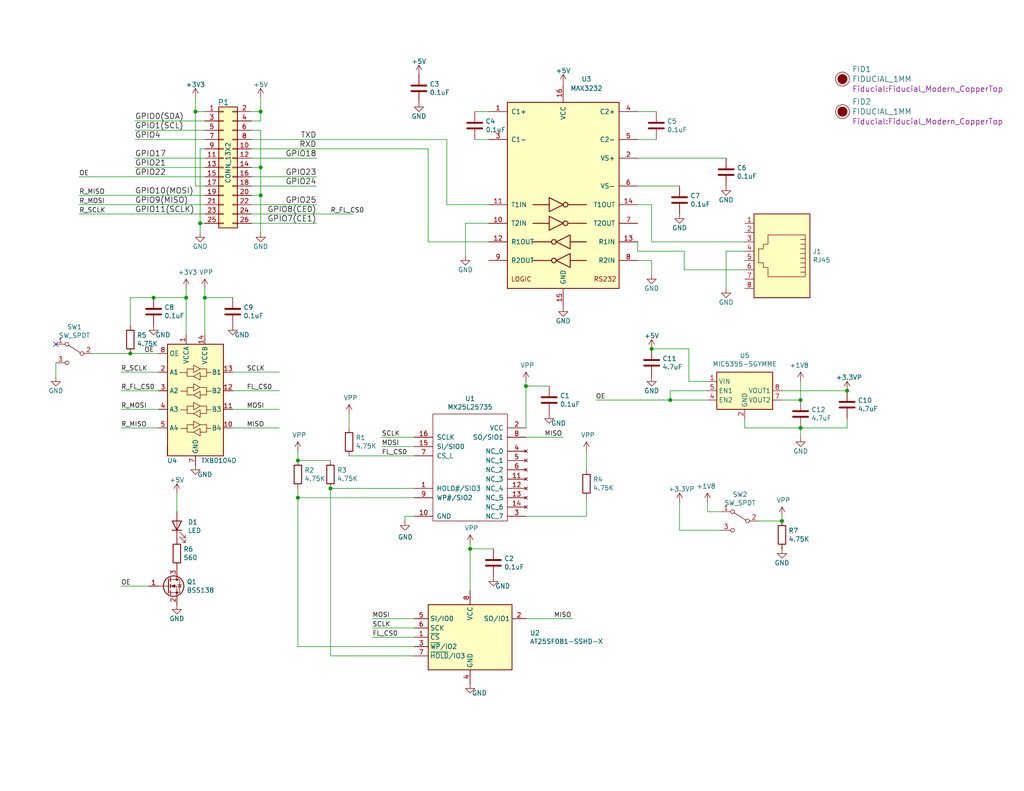
<source format=kicad_sch>
(kicad_sch (version 20230121) (generator eeschema)
  (paper "USLetter")
  (title_block (title "Raspberry PI SOIC-16/SOIC-8 SPI Flash Programmer") (date "2019-01-12") (rev "1.0"))
  (lib_symbols
    (symbol "Connector:RJ45" (pin_names (offset 1.016))
      (property "Reference" "J" (at -5.08 13.97 0))
      (property "Value" "RJ45" (at 2.54 13.97 0))
      (symbol "RJ45_0_1"
        (polyline (pts (xy -5.08 4.445) (xy -6.35 4.445)))
        (polyline (pts (xy -5.08 5.715) (xy -6.35 5.715)))
        (polyline (pts (xy -6.35 -3.175) (xy -5.08 -3.175) (xy -5.08 -3.175)))
        (polyline (pts (xy -6.35 -1.905) (xy -5.08 -1.905) (xy -5.08 -1.905)))
        (polyline (pts (xy -6.35 -0.635) (xy -5.08 -0.635) (xy -5.08 -0.635)))
        (polyline (pts (xy -6.35 0.635) (xy -5.08 0.635) (xy -5.08 0.635)))
        (polyline (pts (xy -6.35 1.905) (xy -5.08 1.905) (xy -5.08 1.905)))
        (polyline (pts (xy -5.08 3.175) (xy -6.35 3.175) (xy -6.35 3.175)))
        (polyline (pts (xy -6.35 -4.445) (xy -6.35 6.985) (xy 3.81 6.985) (xy 3.81 4.445) (xy 5.08 4.445) (xy 5.08 3.175) (xy 6.35 3.175) (xy 6.35 -0.635) (xy 5.08 -0.635) (xy 5.08 -1.905) (xy 3.81 -1.905) (xy 3.81 -4.445) (xy -6.35 -4.445) (xy -6.35 -4.445)))
        (rectangle (start 7.62 12.7) (end -7.62 -10.16) (stroke (width 0.254)) (fill (type background)))
      )
      (symbol "RJ45_1_1"
        (pin passive line (at 10.16 -7.62 180) (length 2.54) (name "~") (number "1"))
        (pin passive line (at 10.16 -5.08 180) (length 2.54) (name "~") (number "2"))
        (pin passive line (at 10.16 -2.54 180) (length 2.54) (name "~") (number "3"))
        (pin passive line (at 10.16 0 180) (length 2.54) (name "~") (number "4"))
        (pin passive line (at 10.16 2.54 180) (length 2.54) (name "~") (number "5"))
        (pin passive line (at 10.16 5.08 180) (length 2.54) (name "~") (number "6"))
        (pin passive line (at 10.16 7.62 180) (length 2.54) (name "~") (number "7"))
        (pin passive line (at 10.16 10.16 180) (length 2.54) (name "~") (number "8"))
      )
    )
    (symbol "Connector_Generic:Conn_02x13_Odd_Even" (pin_names (offset 1.016) hide)
      (property "Reference" "J" (at 1.27 17.78 0))
      (property "Value" "Conn_02x13_Odd_Even" (at 1.27 -17.78 0))
      (symbol "Conn_02x13_Odd_Even_1_1"
        (rectangle (start -1.27 -15.113) (end 0 -15.367) (stroke (width 0.1524)))
        (rectangle (start -1.27 -12.573) (end 0 -12.827) (stroke (width 0.1524)))
        (rectangle (start -1.27 -10.033) (end 0 -10.287) (stroke (width 0.1524)))
        (rectangle (start -1.27 -7.493) (end 0 -7.747) (stroke (width 0.1524)))
        (rectangle (start -1.27 -4.953) (end 0 -5.207) (stroke (width 0.1524)))
        (rectangle (start -1.27 -2.413) (end 0 -2.667) (stroke (width 0.1524)))
        (rectangle (start -1.27 0.127) (end 0 -0.127) (stroke (width 0.1524)))
        (rectangle (start -1.27 2.667) (end 0 2.413) (stroke (width 0.1524)))
        (rectangle (start -1.27 5.207) (end 0 4.953) (stroke (width 0.1524)))
        (rectangle (start -1.27 7.747) (end 0 7.493) (stroke (width 0.1524)))
        (rectangle (start -1.27 10.287) (end 0 10.033) (stroke (width 0.1524)))
        (rectangle (start -1.27 12.827) (end 0 12.573) (stroke (width 0.1524)))
        (rectangle (start -1.27 15.367) (end 0 15.113) (stroke (width 0.1524)))
        (rectangle (start -1.27 16.51) (end 3.81 -16.51) (stroke (width 0.254)) (fill (type background)))
        (rectangle (start 3.81 -15.113) (end 2.54 -15.367) (stroke (width 0.1524)))
        (rectangle (start 3.81 -12.573) (end 2.54 -12.827) (stroke (width 0.1524)))
        (rectangle (start 3.81 -10.033) (end 2.54 -10.287) (stroke (width 0.1524)))
        (rectangle (start 3.81 -7.493) (end 2.54 -7.747) (stroke (width 0.1524)))
        (rectangle (start 3.81 -4.953) (end 2.54 -5.207) (stroke (width 0.1524)))
        (rectangle (start 3.81 -2.413) (end 2.54 -2.667) (stroke (width 0.1524)))
        (rectangle (start 3.81 0.127) (end 2.54 -0.127) (stroke (width 0.1524)))
        (rectangle (start 3.81 2.667) (end 2.54 2.413) (stroke (width 0.1524)))
        (rectangle (start 3.81 5.207) (end 2.54 4.953) (stroke (width 0.1524)))
        (rectangle (start 3.81 7.747) (end 2.54 7.493) (stroke (width 0.1524)))
        (rectangle (start 3.81 10.287) (end 2.54 10.033) (stroke (width 0.1524)))
        (rectangle (start 3.81 12.827) (end 2.54 12.573) (stroke (width 0.1524)))
        (rectangle (start 3.81 15.367) (end 2.54 15.113) (stroke (width 0.1524)))
        (pin passive line (at -5.08 15.24 0) (length 3.81) (name "Pin_1") (number "1"))
        (pin passive line (at 7.62 5.08 180) (length 3.81) (name "Pin_10") (number "10"))
        (pin passive line (at -5.08 2.54 0) (length 3.81) (name "Pin_11") (number "11"))
        (pin passive line (at 7.62 2.54 180) (length 3.81) (name "Pin_12") (number "12"))
        (pin passive line (at -5.08 0 0) (length 3.81) (name "Pin_13") (number "13"))
        (pin passive line (at 7.62 0 180) (length 3.81) (name "Pin_14") (number "14"))
        (pin passive line (at -5.08 -2.54 0) (length 3.81) (name "Pin_15") (number "15"))
        (pin passive line (at 7.62 -2.54 180) (length 3.81) (name "Pin_16") (number "16"))
        (pin passive line (at -5.08 -5.08 0) (length 3.81) (name "Pin_17") (number "17"))
        (pin passive line (at 7.62 -5.08 180) (length 3.81) (name "Pin_18") (number "18"))
        (pin passive line (at -5.08 -7.62 0) (length 3.81) (name "Pin_19") (number "19"))
        (pin passive line (at 7.62 15.24 180) (length 3.81) (name "Pin_2") (number "2"))
        (pin passive line (at 7.62 -7.62 180) (length 3.81) (name "Pin_20") (number "20"))
        (pin passive line (at -5.08 -10.16 0) (length 3.81) (name "Pin_21") (number "21"))
        (pin passive line (at 7.62 -10.16 180) (length 3.81) (name "Pin_22") (number "22"))
        (pin passive line (at -5.08 -12.7 0) (length 3.81) (name "Pin_23") (number "23"))
        (pin passive line (at 7.62 -12.7 180) (length 3.81) (name "Pin_24") (number "24"))
        (pin passive line (at -5.08 -15.24 0) (length 3.81) (name "Pin_25") (number "25"))
        (pin passive line (at 7.62 -15.24 180) (length 3.81) (name "Pin_26") (number "26"))
        (pin passive line (at -5.08 12.7 0) (length 3.81) (name "Pin_3") (number "3"))
        (pin passive line (at 7.62 12.7 180) (length 3.81) (name "Pin_4") (number "4"))
        (pin passive line (at -5.08 10.16 0) (length 3.81) (name "Pin_5") (number "5"))
        (pin passive line (at 7.62 10.16 180) (length 3.81) (name "Pin_6") (number "6"))
        (pin passive line (at -5.08 7.62 0) (length 3.81) (name "Pin_7") (number "7"))
        (pin passive line (at 7.62 7.62 180) (length 3.81) (name "Pin_8") (number "8"))
        (pin passive line (at -5.08 5.08 0) (length 3.81) (name "Pin_9") (number "9"))
      )
    )
    (symbol "Device:LED" (pin_numbers hide) (pin_names (offset 1.016) hide)
      (property "Reference" "D" (at 0 2.54 0))
      (property "Value" "LED" (at 0 -2.54 0))
      (symbol "LED_0_1"
        (polyline (pts (xy -1.27 -1.27) (xy -1.27 1.27)) (stroke (width 0.254)))
        (polyline (pts (xy -1.27 0) (xy 1.27 0)))
        (polyline (pts (xy 1.27 -1.27) (xy 1.27 1.27) (xy -1.27 0) (xy 1.27 -1.27)) (stroke (width 0.254)))
        (polyline (pts (xy -3.048 -0.762) (xy -4.572 -2.286) (xy -3.81 -2.286) (xy -4.572 -2.286) (xy -4.572 -1.524)))
        (polyline (pts (xy -1.778 -0.762) (xy -3.302 -2.286) (xy -2.54 -2.286) (xy -3.302 -2.286) (xy -3.302 -1.524)))
      )
      (symbol "LED_1_1"
        (pin passive line (at -3.81 0 0) (length 2.54) (name "K") (number "1"))
        (pin passive line (at 3.81 0 180) (length 2.54) (name "A") (number "2"))
      )
    )
    (symbol "Device:R" (pin_numbers hide) (pin_names (offset 0))
      (property "Reference" "R" (at 2.032 0 90))
      (property "Value" "R" (at 0 0 90))
      (symbol "R_0_1"
        (rectangle (start -1.016 -2.54) (end 1.016 2.54) (stroke (width 0.254)))
      )
      (symbol "R_1_1"
        (pin passive line (at 0 3.81 270) (length 1.27) (name "~") (number "1"))
        (pin passive line (at 0 -3.81 90) (length 1.27) (name "~") (number "2"))
      )
    )
    (symbol "Regulator_Linear:MIC5355-SGYMME"
      (property "Reference" "U" (at 0 8.89 0))
      (property "Value" "MIC5355-SGYMME" (at 0 6.35 0))
      (symbol "MIC5355-SGYMME_0_1"
        (rectangle (start -7.62 5.08) (end 7.62 -5.08) (stroke (width 0.254)) (fill (type background)))
      )
      (symbol "MIC5355-SGYMME_1_1"
        (pin power_in line (at -10.16 2.54 0) (length 2.54) (name "VIN") (number "1"))
        (pin power_in line (at 0 -7.62 90) (length 2.54) (name "GND") (number "2"))
        (pin no_connect line (at 0 5.08 270) (length 2.54) hide (name "NC") (number "3"))
        (pin input line (at -10.16 -2.54 0) (length 2.54) (name "EN2") (number "4"))
        (pin input line (at -10.16 0 0) (length 2.54) (name "EN1") (number "5"))
        (pin no_connect line (at 7.62 2.54 180) (length 2.54) hide (name "NC") (number "6"))
        (pin power_out line (at 10.16 -2.54 180) (length 2.54) (name "VOUT2") (number "7"))
        (pin power_out line (at 10.16 0 180) (length 2.54) (name "VOUT1") (number "8"))
        (pin passive line (at 0 -7.62 90) (length 2.54) hide (name "GND") (number "9"))
      )
    )
    (symbol "Switch:SW_SPDT" (pin_names (offset 0) hide)
      (property "Reference" "SW" (at 0 4.318 0))
      (property "Value" "SW_SPDT" (at 0 -5.08 0))
      (symbol "SW_SPDT_0_0"
        (circle (center -2.032 0) (radius 0.508))
        (circle (center 2.032 -2.54) (radius 0.508))
      )
      (symbol "SW_SPDT_0_1"
        (polyline (pts (xy -1.524 0.254) (xy 1.651 2.286)))
        (circle (center 2.032 2.54) (radius 0.508))
      )
      (symbol "SW_SPDT_1_1"
        (pin passive line (at 5.08 2.54 180) (length 2.54) (name "A") (number "1"))
        (pin passive line (at -5.08 0 0) (length 2.54) (name "B") (number "2"))
        (pin passive line (at 5.08 -2.54 180) (length 2.54) (name "C") (number "3"))
      )
    )
    (symbol "Transistor_FET:BSS138" (pin_names hide)
      (property "Reference" "Q" (at 5.08 1.905 0))
      (property "Value" "BSS138" (at 5.08 0 0))
      (symbol "BSS138_0_1"
        (polyline (pts (xy 0.254 0) (xy -2.54 0)))
        (polyline (pts (xy 0.254 1.905) (xy 0.254 -1.905)) (stroke (width 0.254)))
        (polyline (pts (xy 0.762 -1.27) (xy 0.762 -2.286)) (stroke (width 0.254)))
        (polyline (pts (xy 0.762 0.508) (xy 0.762 -0.508)) (stroke (width 0.254)))
        (polyline (pts (xy 0.762 2.286) (xy 0.762 1.27)) (stroke (width 0.254)))
        (polyline (pts (xy 2.54 2.54) (xy 2.54 1.778)))
        (polyline (pts (xy 2.54 -2.54) (xy 2.54 0) (xy 0.762 0)))
        (polyline (pts (xy 0.762 -1.778) (xy 3.302 -1.778) (xy 3.302 1.778) (xy 0.762 1.778)))
        (polyline (pts (xy 1.016 0) (xy 2.032 0.381) (xy 2.032 -0.381) (xy 1.016 0)) (fill (type outline)))
        (polyline (pts (xy 2.794 0.508) (xy 2.921 0.381) (xy 3.683 0.381) (xy 3.81 0.254)))
        (polyline (pts (xy 3.302 0.381) (xy 2.921 -0.254) (xy 3.683 -0.254) (xy 3.302 0.381)))
        (circle (center 1.651 0) (radius 2.794) (stroke (width 0.254)))
        (circle (center 2.54 -1.778) (radius 0.254) (fill (type outline)))
        (circle (center 2.54 1.778) (radius 0.254) (fill (type outline)))
      )
      (symbol "BSS138_1_1"
        (pin input line (at -5.08 0 0) (length 2.54) (name "G") (number "1"))
        (pin passive line (at 2.54 -5.08 90) (length 2.54) (name "S") (number "2"))
        (pin passive line (at 2.54 5.08 270) (length 2.54) (name "D") (number "3"))
      )
    )
    (symbol "power:+1V8" (power) (pin_names (offset 0))
      (property "Value" "+1V8" (at 0 3.556 0))
      (symbol "+1V8_0_1"
        (polyline (pts (xy -0.762 1.27) (xy 0 2.54)))
        (polyline (pts (xy 0 0) (xy 0 2.54)))
        (polyline (pts (xy 0 2.54) (xy 0.762 1.27)))
      )
      (symbol "+1V8_1_1"
        (pin power_in line (at 0 0 90) (length 0) hide (name "+1V8") (number "1"))
      )
    )
    (symbol "power:+3.3VP" (power) (pin_names (offset 0))
      (property "Value" "+3.3VP" (at 0 2.54 0))
      (symbol "+3.3VP_0_0"
        (pin power_in line (at 0 0 90) (length 0) hide (name "+3.3VP") (number "1"))
      )
      (symbol "+3.3VP_0_1"
        (polyline (pts (xy -0.762 1.27) (xy 0 2.54)))
        (polyline (pts (xy 0 0) (xy 0 2.54)))
        (polyline (pts (xy 0 2.54) (xy 0.762 1.27)))
      )
    )
    (symbol "power:+3V3" (power) (pin_names (offset 0))
      (property "Value" "+3V3" (at 0 3.556 0))
      (symbol "+3V3_0_1"
        (polyline (pts (xy -0.762 1.27) (xy 0 2.54)))
        (polyline (pts (xy 0 0) (xy 0 2.54)))
        (polyline (pts (xy 0 2.54) (xy 0.762 1.27)))
      )
      (symbol "+3V3_1_1"
        (pin power_in line (at 0 0 90) (length 0) hide (name "+3V3") (number "1"))
      )
    )
    (symbol "power:+5V" (power) (pin_names (offset 0))
      (property "Value" "+5V" (at 0 3.556 0))
      (symbol "+5V_0_1"
        (polyline (pts (xy -0.762 1.27) (xy 0 2.54)))
        (polyline (pts (xy 0 0) (xy 0 2.54)))
        (polyline (pts (xy 0 2.54) (xy 0.762 1.27)))
      )
      (symbol "+5V_1_1"
        (pin power_in line (at 0 0 90) (length 0) hide (name "+5V") (number "1"))
      )
    )
    (symbol "power:GND" (power) (pin_names (offset 0))
      (property "Value" "GND" (at 0 -3.81 0))
      (symbol "GND_0_1"
        (polyline (pts (xy 0 0) (xy 0 -1.27) (xy 1.27 -1.27) (xy 0 -2.54) (xy -1.27 -1.27) (xy 0 -1.27)))
      )
      (symbol "GND_1_1"
        (pin power_in line (at 0 0 270) (length 0) hide (name "GND") (number "1"))
      )
    )
    (symbol "power:VPP" (power) (pin_names (offset 0))
      (property "Value" "VPP" (at 0 3.81 0))
      (symbol "VPP_0_1"
        (polyline (pts (xy -0.762 1.27) (xy 0 2.54)))
        (polyline (pts (xy 0 0) (xy 0 2.54)))
        (polyline (pts (xy 0 2.54) (xy 0.762 1.27)))
      )
      (symbol "VPP_1_1"
        (pin power_in line (at 0 0 90) (length 0) hide (name "VPP") (number "1"))
      )
    )
    (symbol "raspberry-spi-flash-rescue:+3.3V-power" (power) (pin_names (offset 0))
      (property "Value" "+3.3V-power" (at 0 3.556 0))
      (symbol "+3.3V-power_0_1"
        (polyline (pts (xy -0.762 1.27) (xy 0 2.54)))
        (polyline (pts (xy 0 0) (xy 0 2.54)))
        (polyline (pts (xy 0 2.54) (xy 0.762 1.27)))
      )
      (symbol "+3.3V-power_1_1"
        (pin power_in line (at 0 0 90) (length 0) hide (name "+3V3") (number "1"))
      )
    )
    (symbol "raspberry-spi-flash-rescue:AT25SF081-SSHD-X-Memory_Flash"
      (property "Reference" "U" (at 2.54 12.7 0))
      (property "Value" "Memory_Flash_AT25SF081-SSHD-X" (at 10.16 10.16 0))
      (symbol "AT25SF081-SSHD-X-Memory_Flash_1_1"
        (rectangle (start -11.43 8.89) (end 11.43 -8.89) (stroke (width 0.254)) (fill (type background)))
        (pin input line (at -15.24 0 0) (length 3.81) (name "~{CS}") (number "1"))
        (pin bidirectional line (at 15.24 5.08 180) (length 3.81) (name "SO/IO1") (number "2"))
        (pin bidirectional line (at -15.24 -2.54 0) (length 3.81) (name "~{WP}/IO2") (number "3"))
        (pin power_in line (at 0 -12.7 90) (length 3.81) (name "GND") (number "4"))
        (pin bidirectional line (at -15.24 5.08 0) (length 3.81) (name "SI/IO0") (number "5"))
        (pin input line (at -15.24 2.54 0) (length 3.81) (name "SCK") (number "6"))
        (pin bidirectional line (at -15.24 -5.08 0) (length 3.81) (name "~{HOLD}/IO3") (number "7"))
        (pin power_in line (at 0 12.7 270) (length 3.81) (name "VCC") (number "8"))
      )
    )
    (symbol "raspberry-spi-flash-rescue:C-device" (pin_numbers hide) (pin_names (offset 0.254))
      (property "Reference" "C" (at 0.635 2.54 0))
      (property "Value" "C-device" (at 0.635 -2.54 0))
      (symbol "C-device_0_1"
        (polyline (pts (xy -2.032 -0.762) (xy 2.032 -0.762)) (stroke (width 0.508)))
        (polyline (pts (xy -2.032 0.762) (xy 2.032 0.762)) (stroke (width 0.508)))
      )
      (symbol "C-device_1_1"
        (pin passive line (at 0 3.81 270) (length 2.794) (name "~") (number "1"))
        (pin passive line (at 0 -3.81 90) (length 2.794) (name "~") (number "2"))
      )
    )
    (symbol "raspberry-spi-flash-rescue:FIDUCIAL_1MM-fiducial" (pin_names (offset 1.016))
      (property "Reference" "FID" (at 0 3.175 0))
      (property "Value" "fiducial_FIDUCIAL_1MM" (at 0 -3.175 0))
      (symbol "FIDUCIAL_1MM-fiducial_0_1"
        (circle (center 0 0) (radius 1.27) (fill (type outline)))
        (circle (center 0 0) (radius 1.905))
      )
    )
    (symbol "raspberry-spi-flash-rescue:MAX3232-interface" (pin_names (offset 1.016))
      (property "Reference" "U" (at -2.54 28.575 0))
      (property "Value" "MAX3232-interface" (at -2.54 26.67 0))
      (symbol "MAX3232-interface_0_0"
        (text "LOGIC" (at -11.43 -22.86 0) (effects (font (size 1.27 1.27))))
        (text "RS232" (at 11.43 -22.86 0) (effects (font (size 1.27 1.27))))
      )
      (symbol "MAX3232-interface_0_1"
        (rectangle (start -15.24 -25.4) (end 15.24 25.4) (stroke (width 0.254)) (fill (type background)))
        (circle (center -2.54 -17.78) (radius 0.635) (stroke (width 0.254)))
        (circle (center -2.54 -12.7) (radius 0.635) (stroke (width 0.254)))
        (polyline (pts (xy -3.81 -7.62) (xy -8.255 -7.62)) (stroke (width 0.254)))
        (polyline (pts (xy -3.81 -2.54) (xy -8.255 -2.54)) (stroke (width 0.254)))
        (polyline (pts (xy -3.175 -17.78) (xy -8.255 -17.78)) (stroke (width 0.254)))
        (polyline (pts (xy -3.175 -12.7) (xy -8.255 -12.7)) (stroke (width 0.254)))
        (polyline (pts (xy 1.27 -7.62) (xy 6.35 -7.62)) (stroke (width 0.254)))
        (polyline (pts (xy 1.27 -2.54) (xy 6.35 -2.54)) (stroke (width 0.254)))
        (polyline (pts (xy 1.905 -17.78) (xy 6.35 -17.78)) (stroke (width 0.254)))
        (polyline (pts (xy 1.905 -12.7) (xy 6.35 -12.7)) (stroke (width 0.254)))
        (polyline (pts (xy -3.81 -5.715) (xy -3.81 -9.525) (xy 0 -7.62) (xy -3.81 -5.715)) (stroke (width 0.254)))
        (polyline (pts (xy -3.81 -0.635) (xy -3.81 -4.445) (xy 0 -2.54) (xy -3.81 -0.635)) (stroke (width 0.254)))
        (polyline (pts (xy 1.905 -15.875) (xy 1.905 -19.685) (xy -1.905 -17.78) (xy 1.905 -15.875)) (stroke (width 0.254)))
        (polyline (pts (xy 1.905 -10.795) (xy 1.905 -14.605) (xy -1.905 -12.7) (xy 1.905 -10.795)) (stroke (width 0.254)))
        (circle (center 0.635 -7.62) (radius 0.635) (stroke (width 0.254)))
        (circle (center 0.635 -2.54) (radius 0.635) (stroke (width 0.254)))
      )
      (symbol "MAX3232-interface_1_1"
        (pin passive line (at -20.32 22.86 0) (length 5.08) (name "C1+") (number "1"))
        (pin input line (at -20.32 -7.62 0) (length 5.08) (name "T2IN") (number "10"))
        (pin input line (at -20.32 -2.54 0) (length 5.08) (name "T1IN") (number "11"))
        (pin output line (at -20.32 -12.7 0) (length 5.08) (name "R1OUT") (number "12"))
        (pin input line (at 20.32 -12.7 180) (length 5.08) (name "R1IN") (number "13"))
        (pin output line (at 20.32 -2.54 180) (length 5.08) (name "T1OUT") (number "14"))
        (pin power_in line (at 0 -30.48 90) (length 5.08) (name "GND") (number "15"))
        (pin power_in line (at 0 30.48 270) (length 5.08) (name "VCC") (number "16"))
        (pin power_out line (at 20.32 10.16 180) (length 5.08) (name "VS+") (number "2"))
        (pin passive line (at -20.32 15.24 0) (length 5.08) (name "C1-") (number "3"))
        (pin passive line (at 20.32 22.86 180) (length 5.08) (name "C2+") (number "4"))
        (pin passive line (at 20.32 15.24 180) (length 5.08) (name "C2-") (number "5"))
        (pin power_out line (at 20.32 2.54 180) (length 5.08) (name "VS-") (number "6"))
        (pin output line (at 20.32 -7.62 180) (length 5.08) (name "T2OUT") (number "7"))
        (pin input line (at 20.32 -17.78 180) (length 5.08) (name "R2IN") (number "8"))
        (pin output line (at -20.32 -17.78 0) (length 5.08) (name "R2OUT") (number "9"))
      )
    )
    (symbol "raspberry-spi-flash-rescue:MX25L25735-Aaron" (pin_names (offset 1.016))
      (property "Reference" "U" (at 6.35 15.24 0))
      (property "Value" "MX25L25735-Aaron" (at -1.27 12.7 0))
      (symbol "MX25L25735-Aaron_0_1"
        (rectangle (start -10.16 13.97) (end 10.16 -15.24))
      )
      (symbol "MX25L25735-Aaron_1_1"
        (pin bidirectional line (at -15.24 -6.35 0) (length 5.08) (name "HOLD#/SIO3") (number "1"))
        (pin power_in line (at -15.24 -13.97 0) (length 5.08) (name "GND") (number "10"))
        (pin no_connect line (at 15.24 -3.81 180) (length 5.08) (name "NC_3") (number "11"))
        (pin no_connect line (at 15.24 -6.35 180) (length 5.08) (name "NC_4") (number "12"))
        (pin no_connect line (at 15.24 -8.89 180) (length 5.08) (name "NC_5") (number "13"))
        (pin no_connect line (at 15.24 -11.43 180) (length 5.08) (name "NC_6") (number "14"))
        (pin bidirectional line (at -15.24 5.08 0) (length 5.08) (name "SI/SIO0") (number "15"))
        (pin input line (at -15.24 7.62 0) (length 5.08) (name "SCLK") (number "16"))
        (pin power_in line (at 15.24 10.16 180) (length 5.08) (name "VCC") (number "2"))
        (pin input line (at 15.24 -13.97 180) (length 5.08) (name "NC_7") (number "3"))
        (pin no_connect line (at 15.24 3.81 180) (length 5.08) (name "NC_0") (number "4"))
        (pin no_connect line (at 15.24 1.27 180) (length 5.08) (name "NC_1") (number "5"))
        (pin no_connect line (at 15.24 -1.27 180) (length 5.08) (name "NC_2") (number "6"))
        (pin input line (at -15.24 2.54 0) (length 5.08) (name "CS_L") (number "7"))
        (pin bidirectional line (at 15.24 7.62 180) (length 5.08) (name "SO/SIO1") (number "8"))
        (pin bidirectional line (at -15.24 -8.89 0) (length 5.08) (name "WP#/SIO2") (number "9"))
      )
    )
    (symbol "raspberry-spi-flash-rescue:R-device" (pin_numbers hide) (pin_names (offset 0))
      (property "Reference" "R" (at 2.032 0 90))
      (property "Value" "R-device" (at 0 0 90))
      (symbol "R-device_0_1"
        (rectangle (start -1.016 -2.54) (end 1.016 2.54) (stroke (width 0.254)))
      )
      (symbol "R-device_1_1"
        (pin passive line (at 0 3.81 270) (length 1.27) (name "~") (number "1"))
        (pin passive line (at 0 -3.81 90) (length 1.27) (name "~") (number "2"))
      )
    )
    (symbol "raspberry-spi-flash-rescue:TXB0104D-Logic_LevelTranslator"
      (property "Reference" "U" (at -6.35 16.51 0))
      (property "Value" "Logic_LevelTranslator_TXB0104D" (at 3.81 16.51 0))
      (symbol "TXB0104D-Logic_LevelTranslator_0_1"
        (rectangle (start -7.62 -15.24) (end -7.62 -12.7) (stroke (width 0.254)))
        (rectangle (start -7.62 15.24) (end 7.62 -15.24) (stroke (width 0.254)) (fill (type background)))
        (polyline (pts (xy -2.286 -7.747) (xy -2.286 -6.731) (xy -0.508 -6.731)))
        (polyline (pts (xy -2.286 -2.667) (xy -2.286 -1.651) (xy -0.508 -1.651)))
        (polyline (pts (xy -2.286 2.413) (xy -2.286 3.429) (xy -0.508 3.429)))
        (polyline (pts (xy -2.286 7.493) (xy -2.286 8.509) (xy -0.508 8.509)))
        (polyline (pts (xy 3.048 -7.747) (xy 3.048 -8.763) (xy 1.27 -8.763)))
        (polyline (pts (xy 3.048 -2.667) (xy 3.048 -3.683) (xy 1.27 -3.683)))
        (polyline (pts (xy 3.048 2.413) (xy 3.048 1.397) (xy 1.27 1.397)))
        (polyline (pts (xy 3.048 7.493) (xy 3.048 6.477) (xy 1.27 6.477)))
        (polyline (pts (xy -0.508 -8.763) (xy -2.286 -8.763) (xy -2.286 -7.747) (xy -4.064 -7.747)))
        (polyline (pts (xy -0.508 -8.763) (xy 1.27 -7.747) (xy 1.27 -9.779) (xy -0.508 -8.763)))
        (polyline (pts (xy -0.508 -3.683) (xy -2.286 -3.683) (xy -2.286 -2.667) (xy -4.064 -2.667)))
        (polyline (pts (xy -0.508 -3.683) (xy 1.27 -2.667) (xy 1.27 -4.699) (xy -0.508 -3.683)))
        (polyline (pts (xy -0.508 1.397) (xy -2.286 1.397) (xy -2.286 2.413) (xy -4.064 2.413)))
        (polyline (pts (xy -0.508 1.397) (xy 1.27 2.413) (xy 1.27 0.381) (xy -0.508 1.397)))
        (polyline (pts (xy -0.508 6.477) (xy -2.286 6.477) (xy -2.286 7.493) (xy -4.318 7.493)))
        (polyline (pts (xy -0.508 6.477) (xy 1.27 7.493) (xy 1.27 5.461) (xy -0.508 6.477)))
        (polyline (pts (xy 1.27 -6.731) (xy -0.508 -7.747) (xy -0.508 -5.715) (xy 1.27 -6.731)))
        (polyline (pts (xy 1.27 -6.731) (xy 3.048 -6.731) (xy 3.048 -7.747) (xy 4.318 -7.747)))
        (polyline (pts (xy 1.27 -1.651) (xy -0.508 -2.667) (xy -0.508 -0.635) (xy 1.27 -1.651)))
        (polyline (pts (xy 1.27 -1.651) (xy 3.048 -1.651) (xy 3.048 -2.667) (xy 4.318 -2.667)))
        (polyline (pts (xy 1.27 3.429) (xy -0.508 2.413) (xy -0.508 4.445) (xy 1.27 3.429)))
        (polyline (pts (xy 1.27 3.429) (xy 3.048 3.429) (xy 3.048 2.413) (xy 4.318 2.413)))
        (polyline (pts (xy 1.27 8.509) (xy -0.508 7.493) (xy -0.508 9.525) (xy 1.27 8.509)))
        (polyline (pts (xy 1.27 8.509) (xy 3.048 8.509) (xy 3.048 7.493) (xy 4.318 7.493)))
      )
      (symbol "TXB0104D-Logic_LevelTranslator_1_1"
        (pin power_in line (at -2.54 17.78 270) (length 2.54) (name "VCCA") (number "1"))
        (pin bidirectional line (at 10.16 -7.62 180) (length 2.54) (name "B4") (number "10"))
        (pin bidirectional line (at 10.16 -2.54 180) (length 2.54) (name "B3") (number "11"))
        (pin bidirectional line (at 10.16 2.54 180) (length 2.54) (name "B2") (number "12"))
        (pin bidirectional line (at 10.16 7.62 180) (length 2.54) (name "B1") (number "13"))
        (pin power_in line (at 2.54 17.78 270) (length 2.54) (name "VCCB") (number "14"))
        (pin bidirectional line (at -10.16 7.62 0) (length 2.54) (name "A1") (number "2"))
        (pin bidirectional line (at -10.16 2.54 0) (length 2.54) (name "A2") (number "3"))
        (pin bidirectional line (at -10.16 -2.54 0) (length 2.54) (name "A3") (number "4"))
        (pin bidirectional line (at -10.16 -7.62 0) (length 2.54) (name "A4") (number "5"))
        (pin no_connect line (at -10.16 -12.7 0) (length 2.54) hide (name "NC") (number "6"))
        (pin power_in line (at 0 -17.78 90) (length 2.54) (name "GND") (number "7"))
        (pin input line (at -10.16 12.7 0) (length 2.54) (name "OE") (number "8"))
        (pin no_connect line (at 10.16 -12.7 180) (length 2.54) hide (name "NC") (number "9"))
      )
    )
  )
  (junction (at 54.61 60.96))
  (junction (at 41.91 81.28))
  (junction (at 231.14 106.68))
  (junction (at 71.12 45.72))
  (junction (at 55.88 81.28))
  (junction (at 213.36 142.24))
  (junction (at 53.34 30.48))
  (junction (at 143.51 105.41))
  (junction (at 81.28 135.89))
  (junction (at 177.8 95.25))
  (junction (at 71.12 30.48))
  (junction (at 128.27 149.86))
  (junction (at 182.88 109.22))
  (junction (at 50.8 81.28))
  (junction (at 218.44 116.84))
  (junction (at 81.28 125.73))
  (junction (at 90.17 133.35))
  (junction (at 218.44 109.22))
  (junction (at 35.56 96.52))
  (junction (at 71.12 53.34))
  (no_connect (at 15.24 93.98))
  (wire (pts (xy 198.12 68.58) (xy 198.12 78.74)))
  (wire (pts (xy 177.8 74.93) (xy 177.8 71.12)))
  (wire (pts (xy 81.28 123.19) (xy 81.28 125.73)))
  (wire (pts (xy 50.8 81.28) (xy 50.8 78.74)))
  (wire (pts (xy 231.14 116.84) (xy 231.14 114.3)))
  (wire (pts (xy 173.99 30.48) (xy 179.07 30.48)))
  (wire (pts (xy 68.58 53.34) (xy 71.12 53.34)))
  (wire (pts (xy 55.88 38.1) (xy 36.83 38.1)))
  (wire (pts (xy 53.34 50.8) (xy 53.34 30.48)))
  (wire (pts (xy 81.28 125.73) (xy 90.17 125.73)))
  (wire (pts (xy 63.5 116.84) (xy 76.2 116.84)))
  (wire (pts (xy 116.84 66.04) (xy 116.84 40.64)))
  (wire (pts (xy 90.17 133.35) (xy 90.17 179.07)))
  (wire (pts (xy 55.88 81.28) (xy 55.88 91.44)))
  (wire (pts (xy 113.03 140.97) (xy 110.49 140.97)))
  (wire (pts (xy 48.26 139.7) (xy 48.26 134.62)))
  (wire (pts (xy 55.88 45.72) (xy 36.83 45.72)))
  (wire (pts (xy 43.18 96.52) (xy 35.56 96.52)))
  (wire (pts (xy 113.03 171.45) (xy 101.6 171.45)))
  (wire (pts (xy 186.69 68.58) (xy 173.99 68.58)))
  (wire (pts (xy 121.92 55.88) (xy 133.35 55.88)))
  (wire (pts (xy 133.35 66.04) (xy 116.84 66.04)))
  (wire (pts (xy 55.88 43.18) (xy 36.83 43.18)))
  (wire (pts (xy 177.8 95.25) (xy 187.96 95.25)))
  (wire (pts (xy 33.02 101.6) (xy 43.18 101.6)))
  (wire (pts (xy 63.5 111.76) (xy 76.2 111.76)))
  (wire (pts (xy 128.27 148.59) (xy 128.27 149.86)))
  (wire (pts (xy 71.12 45.72) (xy 71.12 35.56)))
  (wire (pts (xy 218.44 109.22) (xy 213.36 109.22)))
  (wire (pts (xy 68.58 48.26) (xy 86.36 48.26)))
  (wire (pts (xy 54.61 40.64) (xy 54.61 60.96)))
  (wire (pts (xy 40.64 160.02) (xy 33.02 160.02)))
  (wire (pts (xy 113.03 135.89) (xy 81.28 135.89)))
  (wire (pts (xy 71.12 26.67) (xy 71.12 30.48)))
  (wire (pts (xy 68.58 55.88) (xy 86.36 55.88)))
  (wire (pts (xy 55.88 50.8) (xy 53.34 50.8)))
  (wire (pts (xy 218.44 104.14) (xy 218.44 109.22)))
  (wire (pts (xy 95.25 124.46) (xy 113.03 124.46)))
  (wire (pts (xy 21.59 48.26) (xy 55.88 48.26)))
  (wire (pts (xy 21.59 55.88) (xy 55.88 55.88)))
  (wire (pts (xy 63.5 101.6) (xy 76.2 101.6)))
  (wire (pts (xy 81.28 176.53) (xy 113.03 176.53)))
  (wire (pts (xy 113.03 121.92) (xy 104.14 121.92)))
  (wire (pts (xy 71.12 53.34) (xy 71.12 45.72)))
  (wire (pts (xy 55.88 78.74) (xy 55.88 81.28)))
  (wire (pts (xy 187.96 95.25) (xy 187.96 104.14)))
  (wire (pts (xy 196.85 139.7) (xy 193.04 139.7)))
  (wire (pts (xy 71.12 35.56) (xy 68.58 35.56)))
  (wire (pts (xy 68.58 40.64) (xy 116.84 40.64)))
  (wire (pts (xy 113.03 173.99) (xy 101.6 173.99)))
  (wire (pts (xy 218.44 119.38) (xy 218.44 116.84)))
  (wire (pts (xy 15.24 102.87) (xy 15.24 99.06)))
  (wire (pts (xy 143.51 168.91) (xy 156.21 168.91)))
  (wire (pts (xy 143.51 119.38) (xy 153.67 119.38)))
  (wire (pts (xy 193.04 104.14) (xy 187.96 104.14)))
  (wire (pts (xy 185.42 144.78) (xy 185.42 137.16)))
  (wire (pts (xy 53.34 26.67) (xy 53.34 30.48)))
  (wire (pts (xy 213.36 140.97) (xy 213.36 142.24)))
  (wire (pts (xy 173.99 68.58) (xy 173.99 66.04)))
  (wire (pts (xy 127 69.85) (xy 127 60.96)))
  (wire (pts (xy 41.91 81.28) (xy 50.8 81.28)))
  (wire (pts (xy 53.34 30.48) (xy 55.88 30.48)))
  (wire (pts (xy 177.8 55.88) (xy 177.8 66.04)))
  (wire (pts (xy 213.36 106.68) (xy 231.14 106.68)))
  (wire (pts (xy 213.36 142.24) (xy 207.01 142.24)))
  (wire (pts (xy 179.07 38.1) (xy 173.99 38.1)))
  (wire (pts (xy 55.88 35.56) (xy 36.83 35.56)))
  (wire (pts (xy 71.12 30.48) (xy 68.58 30.48)))
  (wire (pts (xy 113.03 168.91) (xy 101.6 168.91)))
  (wire (pts (xy 203.2 73.66) (xy 186.69 73.66)))
  (wire (pts (xy 186.69 73.66) (xy 186.69 68.58)))
  (wire (pts (xy 134.62 149.86) (xy 128.27 149.86)))
  (wire (pts (xy 143.51 105.41) (xy 143.51 116.84)))
  (wire (pts (xy 68.58 45.72) (xy 71.12 45.72)))
  (wire (pts (xy 177.8 66.04) (xy 203.2 66.04)))
  (wire (pts (xy 41.91 81.28) (xy 35.56 81.28)))
  (wire (pts (xy 71.12 33.02) (xy 68.58 33.02)))
  (wire (pts (xy 21.59 53.34) (xy 55.88 53.34)))
  (wire (pts (xy 68.58 58.42) (xy 96.52 58.42)))
  (wire (pts (xy 21.59 58.42) (xy 55.88 58.42)))
  (wire (pts (xy 113.03 119.38) (xy 104.14 119.38)))
  (wire (pts (xy 68.58 43.18) (xy 86.36 43.18)))
  (wire (pts (xy 81.28 135.89) (xy 81.28 133.35)))
  (wire (pts (xy 160.02 135.89) (xy 160.02 140.97)))
  (wire (pts (xy 110.49 140.97) (xy 110.49 142.24)))
  (wire (pts (xy 129.54 38.1) (xy 133.35 38.1)))
  (wire (pts (xy 71.12 63.5) (xy 71.12 53.34)))
  (wire (pts (xy 203.2 116.84) (xy 203.2 114.3)))
  (wire (pts (xy 193.04 137.16) (xy 193.04 139.7)))
  (wire (pts (xy 55.88 40.64) (xy 54.61 40.64)))
  (wire (pts (xy 63.5 106.68) (xy 76.2 106.68)))
  (wire (pts (xy 218.44 116.84) (xy 231.14 116.84)))
  (wire (pts (xy 128.27 149.86) (xy 128.27 161.29)))
  (wire (pts (xy 198.12 43.18) (xy 173.99 43.18)))
  (wire (pts (xy 133.35 30.48) (xy 129.54 30.48)))
  (wire (pts (xy 33.02 106.68) (xy 43.18 106.68)))
  (wire (pts (xy 90.17 179.07) (xy 113.03 179.07)))
  (wire (pts (xy 182.88 109.22) (xy 193.04 109.22)))
  (wire (pts (xy 90.17 133.35) (xy 113.03 133.35)))
  (wire (pts (xy 35.56 81.28) (xy 35.56 88.9)))
  (wire (pts (xy 160.02 140.97) (xy 143.51 140.97)))
  (wire (pts (xy 95.25 113.03) (xy 95.25 116.84)))
  (wire (pts (xy 177.8 71.12) (xy 173.99 71.12)))
  (wire (pts (xy 50.8 81.28) (xy 50.8 91.44)))
  (wire (pts (xy 160.02 123.19) (xy 160.02 128.27)))
  (wire (pts (xy 71.12 30.48) (xy 71.12 33.02)))
  (wire (pts (xy 33.02 116.84) (xy 43.18 116.84)))
  (wire (pts (xy 54.61 60.96) (xy 54.61 63.5)))
  (wire (pts (xy 68.58 50.8) (xy 86.36 50.8)))
  (wire (pts (xy 196.85 144.78) (xy 185.42 144.78)))
  (wire (pts (xy 68.58 38.1) (xy 121.92 38.1)))
  (wire (pts (xy 218.44 116.84) (xy 203.2 116.84)))
  (wire (pts (xy 33.02 111.76) (xy 43.18 111.76)))
  (wire (pts (xy 81.28 135.89) (xy 81.28 176.53)))
  (wire (pts (xy 63.5 81.28) (xy 55.88 81.28)))
  (wire (pts (xy 182.88 106.68) (xy 182.88 109.22)))
  (wire (pts (xy 68.58 60.96) (xy 86.36 60.96)))
  (wire (pts (xy 203.2 68.58) (xy 198.12 68.58)))
  (wire (pts (xy 162.56 109.22) (xy 182.88 109.22)))
  (wire (pts (xy 143.51 104.14) (xy 143.51 105.41)))
  (wire (pts (xy 55.88 33.02) (xy 36.83 33.02)))
  (wire (pts (xy 121.92 38.1) (xy 121.92 55.88)))
  (wire (pts (xy 185.42 50.8) (xy 173.99 50.8)))
  (wire (pts (xy 127 60.96) (xy 133.35 60.96)))
  (wire (pts (xy 25.4 96.52) (xy 35.56 96.52)))
  (wire (pts (xy 193.04 106.68) (xy 182.88 106.68)))
  (wire (pts (xy 149.86 105.41) (xy 143.51 105.41)))
  (wire (pts (xy 173.99 55.88) (xy 177.8 55.88)))
  (wire (pts (xy 55.88 60.96) (xy 54.61 60.96)))
  (label "FL_CS0" (at 101.6 173.99 0))
  (label "GPIO11(SCLK)" (at 36.83 58.42 0) (effects (font (size 1.524 1.524))))
  (label "R_SCLK" (at 21.59 58.42 0))
  (label "GPIO10(MOSI)" (at 36.83 53.34 0) (effects (font (size 1.524 1.524))))
  (label "MISO" (at 151.13 168.91 0))
  (label "GPIO24" (at 86.36 50.8 180) (effects (font (size 1.524 1.524))))
  (label "GPIO8(CE0)" (at 86.36 58.42 180) (effects (font (size 1.524 1.524))))
  (label "RXD" (at 86.36 40.64 180) (effects (font (size 1.524 1.524))))
  (label "TXD" (at 86.36 38.1 180) (effects (font (size 1.524 1.524))))
  (label "R_MISO" (at 21.59 53.34 0))
  (label "GPIO0(SDA)" (at 36.83 33.02 0) (effects (font (size 1.524 1.524))))
  (label "R_MOSI" (at 21.59 55.88 0))
  (label "GPIO9(MISO)" (at 36.83 55.88 0) (effects (font (size 1.524 1.524))))
  (label "MOSI" (at 104.14 121.92 0))
  (label "FL_CS0" (at 104.14 124.46 0))
  (label "GPIO25" (at 86.36 55.88 180) (effects (font (size 1.524 1.524))))
  (label "SCLK" (at 104.14 119.38 0))
  (label "FL_CS0" (at 67.31 106.68 0))
  (label "MOSI" (at 101.6 168.91 0))
  (label "GPIO7(CE1)" (at 86.36 60.96 180) (effects (font (size 1.524 1.524))))
  (label "OE" (at 162.56 109.22 0))
  (label "GPIO4" (at 36.83 38.1 0) (effects (font (size 1.524 1.524))))
  (label "OE" (at 39.37 96.52 0))
  (label "GPIO22" (at 36.83 48.26 0) (effects (font (size 1.524 1.524))))
  (label "GPIO17" (at 36.83 43.18 0) (effects (font (size 1.524 1.524))))
  (label "SCLK" (at 67.31 101.6 0))
  (label "GPIO1(SCL)" (at 36.83 35.56 0) (effects (font (size 1.524 1.524))))
  (label "R_SCLK" (at 33.02 101.6 0))
  (label "GPIO23" (at 86.36 48.26 180) (effects (font (size 1.524 1.524))))
  (label "GPIO18" (at 86.36 43.18 180) (effects (font (size 1.524 1.524))))
  (label "MISO" (at 67.31 116.84 0))
  (label "OE" (at 33.02 160.02 0))
  (label "R_MOSI" (at 33.02 111.76 0))
  (label "R_FL_CS0" (at 33.02 106.68 0))
  (label "MISO" (at 148.59 119.38 0))
  (label "SCLK" (at 101.6 171.45 0))
  (label "MOSI" (at 67.31 111.76 0))
  (label "OE" (at 21.59 48.26 0))
  (label "R_FL_CS0" (at 90.17 58.42 0))
  (label "GPIO21" (at 36.83 45.72 0) (effects (font (size 1.524 1.524))))
  (label "R_MISO" (at 33.02 116.84 0))
  (symbol (lib_id "Connector_Generic:Conn_02x13_Odd_Even") (at 60.96 45.72 0) (unit 1)
    (property "Reference" "P1" (at 60.96 27.94 0) (effects (font (size 1.524 1.524))))
    (property "Value" "CONN_13X2" (at 62.23 44.45 90))
    (property "Footprint" "Connector_PinHeader_2.54mm:PinHeader_2x13_P2.54mm_Vertical" (effects hide))
  )
  (symbol (lib_id "power:+3V3") (at 53.34 26.67 0) (unit 1)
    (property "Reference" "#PWR01" (effects hide))
    (property "Value" "+3.3V" (at 53.34 23.114 0))
  )
  (symbol (lib_id "power:+5V") (at 71.12 26.67 0) (unit 1)
    (property "Reference" "#PWR02" (effects hide))
    (property "Value" "+5V" (at 71.12 23.114 0))
  )
  (symbol (lib_id "power:GND") (at 71.12 63.5 0) (unit 1)
    (property "Reference" "#PWR03" (effects hide))
    (property "Value" "GND" (at 71.12 67.31 0))
  )
  (symbol (lib_id "raspberry-spi-flash-rescue:MX25L25735-Aaron") (at 128.27 127 0) (unit 1)
    (property "Reference" "U1" (at 128.27 108.839 0))
    (property "Value" "MX25L25735" (at 128.27 111.1504 0))
    (property "Footprint" "Aaron:216-7224-55-1902" (effects hide))
    (property "Datasheet" "http://www.macronix.com/Lists/Datasheet/Attachments/7348/MX25L25735F,%203V,%20256Mb,%20v1.2.pdf" (effects hide))
    (property "MFR" "3M" (effects hide))
    (property "MPN" "216-7383-55-1902" (effects hide))
    (property "SPR" "Digikey" (effects hide))
    (property "SPN" "3M5078-ND" (effects hide))
    (property "SPURL" "https://www.digikey.com/product-detail/en/216-7383-55-1902/3M5078-ND/699540/?itemSeq=281650649" (effects hide))
  )
  (symbol (lib_id "raspberry-spi-flash-rescue:R-device") (at 160.02 132.08 0) (unit 1)
    (property "Reference" "R4" (at 161.798 130.9116 0) (effects (justify left)))
    (property "Value" "4.75K" (at 161.798 133.223 0) (effects (justify left)))
    (property "Footprint" "Resistor_SMD:R_0603_1608Metric" (effects hide))
  )
  (symbol (lib_id "raspberry-spi-flash-rescue:R-device") (at 95.25 120.65 0) (unit 1)
    (property "Reference" "R1" (at 97.028 119.4816 0) (effects (justify left)))
    (property "Value" "4.75K" (at 97.028 121.793 0) (effects (justify left)))
    (property "Footprint" "Resistor_SMD:R_0603_1608Metric" (effects hide))
  )
  (symbol (lib_id "raspberry-spi-flash-rescue:C-device") (at 149.86 109.22 0) (unit 1)
    (property "Reference" "C1" (at 152.781 108.0516 0) (effects (justify left)))
    (property "Value" "0.1uF" (at 152.781 110.363 0) (effects (justify left)))
    (property "Footprint" "Capacitor_SMD:C_0603_1608Metric" (effects hide))
  )
  (symbol (lib_id "power:GND") (at 149.86 113.03 0) (unit 1)
    (property "Reference" "#PWR06" (effects hide))
    (property "Value" "GND" (at 152.4 115.57 0))
  )
  (symbol (lib_id "raspberry-spi-flash-rescue:R-device") (at 90.17 129.54 0) (unit 1)
    (property "Reference" "R3" (at 91.948 128.3716 0) (effects (justify left)))
    (property "Value" "4.75K" (at 91.948 130.683 0) (effects (justify left)))
    (property "Footprint" "Resistor_SMD:R_0603_1608Metric" (effects hide))
  )
  (symbol (lib_id "raspberry-spi-flash-rescue:R-device") (at 81.28 129.54 0) (unit 1)
    (property "Reference" "R2" (at 83.058 128.3716 0) (effects (justify left)))
    (property "Value" "4.75K" (at 83.058 130.683 0) (effects (justify left)))
    (property "Footprint" "Resistor_SMD:R_0603_1608Metric" (effects hide))
  )
  (symbol (lib_id "power:GND") (at 110.49 142.24 0) (unit 1)
    (property "Reference" "#PWR09" (effects hide))
    (property "Value" "GND" (at 110.617 146.6342 0))
  )
  (symbol (lib_id "raspberry-spi-flash-rescue:AT25SF081-SSHD-X-Memory_Flash") (at 128.27 173.99 0) (unit 1)
    (property "Reference" "U2" (at 144.5514 172.8216 0) (effects (justify left)))
    (property "Value" "AT25SF081-SSHD-X" (at 144.5514 175.133 0) (effects (justify left)))
    (property "Footprint" "Aaron:208-7391-55-1902" (effects hide))
    (property "Datasheet" "https://www.adestotech.com/wp-content/uploads/DS-AT25SF081_045.pdf" (effects hide))
    (property "MFR" "3M" (effects hide))
    (property "MPN" "208-7391-55-1902" (effects hide))
    (property "SPR" "Digikey" (effects hide))
    (property "SPN" "3M5054-ND" (effects hide))
    (property "SPURL" "https://www.digikey.com/product-detail/en/208-7391-55-1902/3M5054-ND/1130108/?itemSeq=281650646" (effects hide))
  )
  (symbol (lib_id "raspberry-spi-flash-rescue:C-device") (at 134.62 153.67 0) (unit 1)
    (property "Reference" "C2" (at 137.541 152.5016 0) (effects (justify left)))
    (property "Value" "0.1uF" (at 137.541 154.813 0) (effects (justify left)))
    (property "Footprint" "Capacitor_SMD:C_0603_1608Metric" (effects hide))
  )
  (symbol (lib_id "power:GND") (at 134.62 157.48 0) (unit 1)
    (property "Reference" "#PWR011" (effects hide))
    (property "Value" "GND" (at 137.16 160.02 0))
  )
  (symbol (lib_id "power:GND") (at 128.27 186.69 0) (unit 1)
    (property "Reference" "#PWR012" (effects hide))
    (property "Value" "GND" (at 130.81 189.23 0))
  )
  (symbol (lib_id "raspberry-spi-flash-rescue:MAX3232-interface") (at 153.67 53.34 0) (unit 1)
    (property "Reference" "U3" (at 160.02 21.59 0))
    (property "Value" "MAX3232" (at 160.02 24.13 0))
    (property "Footprint" "Package_SO:TSSOP-16_4.4x5mm_P0.65mm" (effects hide))
    (property "Datasheet" "https://datasheets.maximintegrated.com/en/ds/MAX3222-MAX3241.pdf" (effects hide))
    (property "MFR" "Texas Instruments" (effects hide))
    (property "MPN" "MAX3232ECPWR" (effects hide))
    (property "SPR" "Digikey" (effects hide))
    (property "SPN" "296-19263-1-ND" (effects hide))
    (property "SPURL" "https://www.digikey.com/product-detail/en/texas-instruments/MAX3232ECPWR/296-19263-1-ND/878189" (effects hide))
  )
  (symbol (lib_id "power:+5V") (at 153.67 22.86 0) (unit 1)
    (property "Reference" "#PWR0101" (effects hide))
    (property "Value" "+5V" (at 153.67 19.304 0))
  )
  (symbol (lib_id "raspberry-spi-flash-rescue:C-device") (at 129.54 34.29 0) (unit 1)
    (property "Reference" "C4" (at 132.461 33.1216 0) (effects (justify left)))
    (property "Value" "0.1uF" (at 132.461 35.433 0) (effects (justify left)))
    (property "Footprint" "Capacitor_SMD:C_0603_1608Metric" (effects hide))
  )
  (symbol (lib_id "raspberry-spi-flash-rescue:C-device") (at 179.07 34.29 0) (unit 1)
    (property "Reference" "C5" (at 181.991 33.1216 0) (effects (justify left)))
    (property "Value" "0.1uF" (at 181.991 35.433 0) (effects (justify left)))
    (property "Footprint" "Capacitor_SMD:C_0603_1608Metric" (effects hide))
  )
  (symbol (lib_id "raspberry-spi-flash-rescue:C-device") (at 114.3 24.13 0) (unit 1)
    (property "Reference" "C3" (at 117.221 22.9616 0) (effects (justify left)))
    (property "Value" "0.1uF" (at 117.221 25.273 0) (effects (justify left)))
    (property "Footprint" "Capacitor_SMD:C_0603_1608Metric" (effects hide))
  )
  (symbol (lib_id "power:+5V") (at 114.3 20.32 0) (unit 1)
    (property "Reference" "#PWR0102" (effects hide))
    (property "Value" "+5V" (at 114.3 16.764 0))
  )
  (symbol (lib_id "raspberry-spi-flash-rescue:C-device") (at 198.12 46.99 0) (unit 1)
    (property "Reference" "C6" (at 201.041 45.8216 0) (effects (justify left)))
    (property "Value" "0.1uF" (at 201.041 48.133 0) (effects (justify left)))
    (property "Footprint" "Capacitor_SMD:C_0603_1608Metric" (effects hide))
  )
  (symbol (lib_id "raspberry-spi-flash-rescue:C-device") (at 185.42 54.61 0) (unit 1)
    (property "Reference" "C7" (at 188.341 53.4416 0) (effects (justify left)))
    (property "Value" "0.1uF" (at 188.341 55.753 0) (effects (justify left)))
    (property "Footprint" "Capacitor_SMD:C_0603_1608Metric" (effects hide))
  )
  (symbol (lib_id "power:GND") (at 114.3 27.94 0) (unit 1)
    (property "Reference" "#PWR0103" (effects hide))
    (property "Value" "GND" (at 114.3 31.75 0))
  )
  (symbol (lib_id "power:GND") (at 198.12 50.8 0) (unit 1)
    (property "Reference" "#PWR0104" (effects hide))
    (property "Value" "GND" (at 198.12 54.61 0))
  )
  (symbol (lib_id "power:GND") (at 185.42 58.42 0) (unit 1)
    (property "Reference" "#PWR0105" (effects hide))
    (property "Value" "GND" (at 185.42 62.23 0))
  )
  (symbol (lib_id "power:GND") (at 177.8 74.93 0) (unit 1)
    (property "Reference" "#PWR0106" (effects hide))
    (property "Value" "GND" (at 177.8 78.74 0))
  )
  (symbol (lib_id "power:GND") (at 127 69.85 0) (unit 1)
    (property "Reference" "#PWR0107" (effects hide))
    (property "Value" "GND" (at 127 73.66 0))
  )
  (symbol (lib_id "power:GND") (at 153.67 83.82 0) (unit 1)
    (property "Reference" "#PWR0108" (effects hide))
    (property "Value" "GND" (at 153.67 87.63 0))
  )
  (symbol (lib_id "Connector:RJ45") (at 213.36 68.58 180) (unit 1)
    (property "Reference" "J1" (at 221.742 68.6816 0) (effects (justify right)))
    (property "Value" "RJ45" (at 221.742 70.993 0) (effects (justify right)))
    (property "Footprint" "Connector_RJ:RJ45_Amphenol_54602-x08_Horizontal" (effects hide))
    (property "MFR" "Amphenol" (effects hide))
    (property "MPN" "54602-908LF" (effects hide))
    (property "SPR" "Digikey" (effects hide))
    (property "SPN" "609-1046-ND" (effects hide))
    (property "SPURL" "https://www.digikey.com/product-detail/en/54602-908LF/609-1046-ND/1001360/?itemSeq=281649288" (effects hide))
  )
  (symbol (lib_id "power:GND") (at 198.12 78.74 0) (unit 1)
    (property "Reference" "#PWR0109" (effects hide))
    (property "Value" "GND" (at 198.12 82.55 0))
  )
  (symbol (lib_id "raspberry-spi-flash-rescue:TXB0104D-Logic_LevelTranslator") (at 53.34 109.22 0) (unit 1)
    (property "Reference" "U4" (at 46.99 125.73 0))
    (property "Value" "TXB0104D" (at 59.69 125.73 0))
    (property "Footprint" "Package_SO:SOIC-14_3.9x8.7mm_P1.27mm" (effects hide))
    (property "Datasheet" "http://www.ti.com/lit/ds/symlink/txb0104.pdf" (effects hide))
  )
  (symbol (lib_id "raspberry-spi-flash-rescue:+3.3V-power") (at 50.8 78.74 0) (unit 1)
    (property "Reference" "#PWR04" (effects hide))
    (property "Value" "+3.3V" (at 51.181 74.3458 0))
  )
  (symbol (lib_id "Switch:SW_SPDT") (at 201.93 142.24 0) (mirror y) (unit 1)
    (property "Reference" "SW2" (at 201.93 135.001 0))
    (property "Value" "SW_SPDT" (at 201.93 137.3124 0))
    (property "Footprint" "Aaron:SW_STDP_CF-LD-1DC" (effects hide))
    (property "Datasheet" "https://www.nidec-copal-electronics.com/e/catalog/switch/cf-ld.pdf" (effects hide))
    (property "MFR" "Nidec Copal Electronics" (effects hide))
    (property "MPN" "CF-LD-1DC-AW2W" (effects hide))
    (property "SPR" "Digikey" (effects hide))
    (property "SPN" "563-1944-ND" (effects hide))
    (property "SPURL" "https://www.digikey.com/product-detail/en/CF-LD-1DC-AW2W/563-1944-ND/6008983/?itemSeq=281649168" (effects hide))
  )
  (symbol (lib_id "raspberry-spi-flash-rescue:R-device") (at 35.56 92.71 0) (unit 1)
    (property "Reference" "R5" (at 37.338 91.5416 0) (effects (justify left)))
    (property "Value" "4.75K" (at 37.338 93.853 0) (effects (justify left)))
    (property "Footprint" "Resistor_SMD:R_0603_1608Metric" (effects hide))
  )
  (symbol (lib_id "power:GND") (at 15.24 102.87 0) (unit 1)
    (property "Reference" "#PWR010" (effects hide))
    (property "Value" "GND" (at 15.24 106.68 0))
  )
  (symbol (lib_id "Switch:SW_SPDT") (at 20.32 96.52 0) (mirror y) (unit 1)
    (property "Reference" "SW1" (at 20.32 89.281 0))
    (property "Value" "SW_SPDT" (at 20.32 91.5924 0))
    (property "Footprint" "Aaron:SW_STDP_CF-LD-1DC" (effects hide))
    (property "Datasheet" "https://www.nidec-copal-electronics.com/e/catalog/switch/cf-ld.pdf" (effects hide))
    (property "MFR" "Nidec Copal Electronics" (effects hide))
    (property "MPN" "CF-LD-1DC-AW2W" (effects hide))
    (property "SPR" "Digikey" (effects hide))
    (property "SPN" "563-1944-ND" (effects hide))
    (property "SPURL" "https://www.digikey.com/product-detail/en/CF-LD-1DC-AW2W/563-1944-ND/6008983/?itemSeq=281649168" (effects hide))
  )
  (symbol (lib_id "power:+5V") (at 177.8 95.25 0) (unit 1)
    (property "Reference" "#PWR016" (effects hide))
    (property "Value" "+5V" (at 177.8 91.694 0))
  )
  (symbol (lib_id "power:+1V8") (at 193.04 137.16 0) (mirror y) (unit 1)
    (property "Reference" "#PWR023" (effects hide))
    (property "Value" "+1V8" (at 192.659 132.7658 0))
  )
  (symbol (lib_id "power:VPP") (at 55.88 78.74 0) (unit 1)
    (property "Reference" "#PWR05" (effects hide))
    (property "Value" "VPP" (at 56.261 74.3458 0))
  )
  (symbol (lib_id "Device:LED") (at 48.26 143.51 90) (unit 1)
    (property "Reference" "D1" (at 51.2318 142.5448 90) (effects (justify right)))
    (property "Value" "LED" (at 51.2318 144.8562 90) (effects (justify right)))
    (property "Footprint" "LED_SMD:LED_0603_1608Metric" (effects hide))
  )
  (symbol (lib_id "power:VPP") (at 95.25 113.03 0) (unit 1)
    (property "Reference" "#PWR014" (effects hide))
    (property "Value" "VPP" (at 95.631 108.6358 0))
  )
  (symbol (lib_id "power:VPP") (at 81.28 123.19 0) (unit 1)
    (property "Reference" "#PWR017" (effects hide))
    (property "Value" "VPP" (at 81.661 118.7958 0))
  )
  (symbol (lib_id "power:VPP") (at 143.51 104.14 0) (unit 1)
    (property "Reference" "#PWR013" (effects hide))
    (property "Value" "VPP" (at 143.891 99.7458 0))
  )
  (symbol (lib_id "power:VPP") (at 160.02 123.19 0) (unit 1)
    (property "Reference" "#PWR018" (effects hide))
    (property "Value" "VPP" (at 160.401 118.7958 0))
  )
  (symbol (lib_id "power:VPP") (at 128.27 148.59 0) (unit 1)
    (property "Reference" "#PWR022" (effects hide))
    (property "Value" "VPP" (at 128.651 144.1958 0))
  )
  (symbol (lib_id "Device:R") (at 48.26 151.13 0) (unit 1)
    (property "Reference" "R6" (at 50.038 149.9616 0) (effects (justify left)))
    (property "Value" "560" (at 50.038 152.273 0) (effects (justify left)))
    (property "Footprint" "Resistor_SMD:R_0603_1608Metric" (effects hide))
  )
  (symbol (lib_id "power:GND") (at 48.26 165.1 0) (unit 1)
    (property "Reference" "#PWR028" (effects hide))
    (property "Value" "GND" (at 48.26 168.91 0))
  )
  (symbol (lib_id "raspberry-spi-flash-rescue:C-device") (at 218.44 113.03 0) (unit 1)
    (property "Reference" "C12" (at 221.361 111.8616 0) (effects (justify left)))
    (property "Value" "4.7uF" (at 221.361 114.173 0) (effects (justify left)))
    (property "Footprint" "Capacitor_SMD:C_0603_1608Metric" (effects hide))
    (property "MFR" "Murata" (effects hide))
    (property "MPN" "GRM188R61E475KE15D" (effects hide))
    (property "SPR" "Digikey" (effects hide))
    (property "SPN" "490-14462-1-ND" (effects hide))
    (property "SPURL" "https://www.digikey.com/product-detail/en/murata-electronics-north-america/GRM188R61E475KE15D/490-14462-1-ND/6606923" (effects hide))
  )
  (symbol (lib_id "power:+3.3VP") (at 185.42 137.16 0) (unit 1)
    (property "Reference" "#PWR031" (effects hide))
    (property "Value" "+3.3VP" (at 185.928 133.5278 0))
  )
  (symbol (lib_id "power:GND") (at 53.34 127 0) (unit 1)
    (property "Reference" "#PWR015" (effects hide))
    (property "Value" "GND" (at 55.88 129.54 0))
  )
  (symbol (lib_id "raspberry-spi-flash-rescue:C-device") (at 63.5 85.09 0) (unit 1)
    (property "Reference" "C9" (at 66.421 83.9216 0) (effects (justify left)))
    (property "Value" "0.1uF" (at 66.421 86.233 0) (effects (justify left)))
    (property "Footprint" "Capacitor_SMD:C_0603_1608Metric" (effects hide))
  )
  (symbol (lib_id "raspberry-spi-flash-rescue:C-device") (at 41.91 85.09 0) (unit 1)
    (property "Reference" "C8" (at 44.831 83.9216 0) (effects (justify left)))
    (property "Value" "0.1uF" (at 44.831 86.233 0) (effects (justify left)))
    (property "Footprint" "Capacitor_SMD:C_0603_1608Metric" (effects hide))
  )
  (symbol (lib_id "power:GND") (at 63.5 88.9 0) (unit 1)
    (property "Reference" "#PWR08" (effects hide))
    (property "Value" "GND" (at 66.04 91.44 0))
  )
  (symbol (lib_id "power:GND") (at 41.91 88.9 0) (unit 1)
    (property "Reference" "#PWR07" (effects hide))
    (property "Value" "GND" (at 44.45 91.44 0))
  )
  (symbol (lib_id "power:VPP") (at 213.36 140.97 0) (unit 1)
    (property "Reference" "#PWR025" (effects hide))
    (property "Value" "VPP" (at 213.741 136.5758 0))
  )
  (symbol (lib_id "raspberry-spi-flash-rescue:C-device") (at 231.14 110.49 0) (unit 1)
    (property "Reference" "C10" (at 234.061 109.3216 0) (effects (justify left)))
    (property "Value" "4.7uF" (at 234.061 111.633 0) (effects (justify left)))
    (property "Footprint" "Capacitor_SMD:C_0603_1608Metric" (effects hide))
  )
  (symbol (lib_id "Regulator_Linear:MIC5355-SGYMME") (at 203.2 106.68 0) (unit 1)
    (property "Reference" "U5" (at 203.2 97.0788 0))
    (property "Value" "MIC5355-SGYMME" (at 203.2 99.3902 0))
    (property "Footprint" "Package_SO:MSOP-8-1EP_3x3mm_P0.65mm_EP2.54x2.8mm_ThermalVias" (effects hide))
    (property "Datasheet" "http://ww1.microchip.com/downloads/en/DeviceDoc/mic5355_6.pdf" (effects hide))
    (property "MFR" "Microchip" (effects hide))
    (property "MPN" "MIC5355-SGYMME" (effects hide))
    (property "SPR" "Digikey" (effects hide))
    (property "SPN" "576-3882-5-ND" (effects hide))
    (property "SPURL" "https://www.digikey.com/products/en/integrated-circuits-ics/pmic-voltage-regulators-linear/699?k=MIC5355&k=&pkeyword=MIC5355&sv=0&pv1779=322&sf=0&quantity=&ColumnSort=0&page=1&stock=1&nstock=1&pageSize=500" (effects hide))
  )
  (symbol (lib_id "power:GND") (at 218.44 119.38 0) (unit 1)
    (property "Reference" "#PWR021" (effects hide))
    (property "Value" "GND" (at 218.44 123.19 0))
  )
  (symbol (lib_id "power:+3.3VP") (at 231.14 106.68 0) (unit 1)
    (property "Reference" "#PWR020" (effects hide))
    (property "Value" "+3.3VP" (at 231.648 103.0478 0))
  )
  (symbol (lib_id "power:+1V8") (at 218.44 104.14 0) (mirror y) (unit 1)
    (property "Reference" "#PWR019" (effects hide))
    (property "Value" "+1V8" (at 218.059 99.7458 0))
  )
  (symbol (lib_id "raspberry-spi-flash-rescue:R-device") (at 213.36 146.05 0) (unit 1)
    (property "Reference" "R7" (at 215.138 144.8816 0) (effects (justify left)))
    (property "Value" "4.75K" (at 215.138 147.193 0) (effects (justify left)))
    (property "Footprint" "Resistor_SMD:R_0603_1608Metric" (effects hide))
  )
  (symbol (lib_id "power:GND") (at 213.36 149.86 0) (unit 1)
    (property "Reference" "#PWR024" (effects hide))
    (property "Value" "GND" (at 213.36 153.67 0))
  )
  (symbol (lib_id "raspberry-spi-flash-rescue:C-device") (at 177.8 99.06 0) (unit 1)
    (property "Reference" "C11" (at 180.721 97.8916 0) (effects (justify left)))
    (property "Value" "4.7uF" (at 180.721 100.203 0) (effects (justify left)))
    (property "Footprint" "Capacitor_SMD:C_0603_1608Metric" (effects hide))
  )
  (symbol (lib_id "power:GND") (at 177.8 102.87 0) (unit 1)
    (property "Reference" "#PWR026" (effects hide))
    (property "Value" "GND" (at 177.8 106.68 0))
  )
  (symbol (lib_id "Transistor_FET:BSS138") (at 45.72 160.02 0) (unit 1)
    (property "Reference" "Q1" (at 50.927 158.8516 0) (effects (justify left)))
    (property "Value" "BSS138" (at 50.927 161.163 0) (effects (justify left)))
    (property "Footprint" "Package_TO_SOT_SMD:SOT-23" (effects hide))
    (property "Datasheet" "https://www.fairchildsemi.com/datasheets/BS/BSS138.pdf" (effects hide))
    (property "MFR" "ON Semiconductor" (effects hide))
    (property "MPN" "BSS138K" (effects hide))
    (property "SPR" "Digikey" (effects hide))
    (property "SPN" "BSS138KCT-ND" (effects hide))
    (property "SPURL" "https://www.digikey.com/products/en/discrete-semiconductor-products/transistors-fets-mosfets-single/278?k=bss138&k=&pkeyword=bss138&sv=0&pv1993=28&sf=0&FV=ffe00116%2C1c0002%2C1f140000&quantity=&ColumnSort=0&page=1&stock=1&nstock=1&pageSize=500" (effects hide))
  )
  (symbol (lib_id "power:+5V") (at 48.26 134.62 0) (unit 1)
    (property "Reference" "#PWR0110" (effects hide))
    (property "Value" "+5V" (at 48.26 131.064 0))
  )
  (symbol (lib_id "power:GND") (at 54.61 63.5 0) (unit 1)
    (property "Reference" "#PWR027" (effects hide))
    (property "Value" "GND" (at 54.61 67.31 0))
  )
  (symbol (lib_id "raspberry-spi-flash-rescue:FIDUCIAL_1MM-fiducial") (at 229.87 21.59 0) (unit 1)
    (property "Reference" "FID1" (at 232.4862 18.8976 0) (effects (font (size 1.524 1.524)) (justify left)))
    (property "Value" "FIDUCIAL_1MM" (at 232.4862 21.59 0) (effects (font (size 1.524 1.524)) (justify left)))
    (property "Footprint" "Fiducial:Fiducial_Modern_CopperTop" (at 232.4862 24.2824 0) (effects (font (size 1.524 1.524)) (justify left)))
  )
  (symbol (lib_id "raspberry-spi-flash-rescue:FIDUCIAL_1MM-fiducial") (at 229.87 30.48 0) (unit 1)
    (property "Reference" "FID2" (at 232.4862 27.7876 0) (effects (font (size 1.524 1.524)) (justify left)))
    (property "Value" "FIDUCIAL_1MM" (at 232.4862 30.48 0) (effects (font (size 1.524 1.524)) (justify left)))
    (property "Footprint" "Fiducial:Fiducial_Modern_CopperTop" (at 232.4862 33.1724 0) (effects (font (size 1.524 1.524)) (justify left)))
  )
)
</source>
